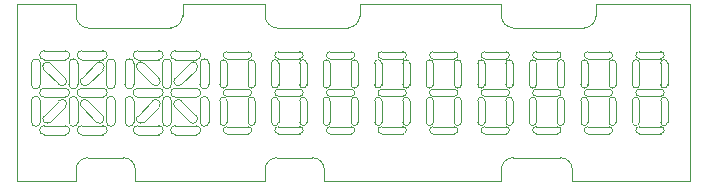
<source format=gbr>
G04 #@! TF.GenerationSoftware,KiCad,Pcbnew,(5.1.4)-1*
G04 #@! TF.CreationDate,2020-12-07T08:03:59-07:00*
G04 #@! TF.ProjectId,ufc_v4_scratchpad_layer3,7566635f-7634-45f7-9363-726174636870,rev?*
G04 #@! TF.SameCoordinates,Original*
G04 #@! TF.FileFunction,Profile,NP*
%FSLAX46Y46*%
G04 Gerber Fmt 4.6, Leading zero omitted, Abs format (unit mm)*
G04 Created by KiCad (PCBNEW (5.1.4)-1) date 2020-12-07 08:03:59*
%MOMM*%
%LPD*%
G04 APERTURE LIST*
%ADD10C,0.050000*%
G04 APERTURE END LIST*
D10*
X202118625Y-128417000D02*
G75*
G02X202118625Y-129017000I0J-300000D01*
G01*
X197752625Y-128417000D02*
G75*
G02X197752625Y-129017000I0J-300000D01*
G01*
X193386625Y-128417000D02*
G75*
G02X193386625Y-129017000I0J-300000D01*
G01*
X189020625Y-128417000D02*
G75*
G02X189020625Y-129017000I0J-300000D01*
G01*
X184654625Y-128417000D02*
G75*
G02X184654625Y-129017000I0J-300000D01*
G01*
X180288625Y-128417000D02*
G75*
G02X180288625Y-129017000I0J-300000D01*
G01*
X175922625Y-128417000D02*
G75*
G02X175922625Y-129017000I0J-300000D01*
G01*
X171556625Y-128417000D02*
G75*
G02X171556625Y-129017000I0J-300000D01*
G01*
X202118625Y-122067000D02*
X200318625Y-122067000D01*
X197752625Y-122067000D02*
X195952625Y-122067000D01*
X193386625Y-122067000D02*
X191586625Y-122067000D01*
X189020625Y-122067000D02*
X187220625Y-122067000D01*
X184654625Y-122067000D02*
X182854625Y-122067000D01*
X180288625Y-122067000D02*
X178488625Y-122067000D01*
X175922625Y-122067000D02*
X174122625Y-122067000D01*
X171556625Y-122067000D02*
X169756625Y-122067000D01*
X202118625Y-125247000D02*
G75*
G02X202118625Y-125847000I0J-300000D01*
G01*
X197752625Y-125247000D02*
G75*
G02X197752625Y-125847000I0J-300000D01*
G01*
X193386625Y-125247000D02*
G75*
G02X193386625Y-125847000I0J-300000D01*
G01*
X189020625Y-125247000D02*
G75*
G02X189020625Y-125847000I0J-300000D01*
G01*
X184654625Y-125247000D02*
G75*
G02X184654625Y-125847000I0J-300000D01*
G01*
X180288625Y-125247000D02*
G75*
G02X180288625Y-125847000I0J-300000D01*
G01*
X175922625Y-125247000D02*
G75*
G02X175922625Y-125847000I0J-300000D01*
G01*
X171556625Y-125247000D02*
G75*
G02X171556625Y-125847000I0J-300000D01*
G01*
X199728625Y-123057000D02*
X199728625Y-124857000D01*
X195362625Y-123057000D02*
X195362625Y-124857000D01*
X190996625Y-123057000D02*
X190996625Y-124857000D01*
X186630625Y-123057000D02*
X186630625Y-124857000D01*
X182264625Y-123057000D02*
X182264625Y-124857000D01*
X177898625Y-123057000D02*
X177898625Y-124857000D01*
X173532625Y-123057000D02*
X173532625Y-124857000D01*
X169166625Y-123057000D02*
X169166625Y-124857000D01*
X202708625Y-124857000D02*
X202708625Y-123057000D01*
X198342625Y-124857000D02*
X198342625Y-123057000D01*
X193976625Y-124857000D02*
X193976625Y-123057000D01*
X189610625Y-124857000D02*
X189610625Y-123057000D01*
X185244625Y-124857000D02*
X185244625Y-123057000D01*
X180878625Y-124857000D02*
X180878625Y-123057000D01*
X176512625Y-124857000D02*
X176512625Y-123057000D01*
X172146625Y-124857000D02*
X172146625Y-123057000D01*
X202708625Y-128027000D02*
G75*
G02X202108625Y-128027000I-300000J0D01*
G01*
X198342625Y-128027000D02*
G75*
G02X197742625Y-128027000I-300000J0D01*
G01*
X193976625Y-128027000D02*
G75*
G02X193376625Y-128027000I-300000J0D01*
G01*
X189610625Y-128027000D02*
G75*
G02X189010625Y-128027000I-300000J0D01*
G01*
X185244625Y-128027000D02*
G75*
G02X184644625Y-128027000I-300000J0D01*
G01*
X180878625Y-128027000D02*
G75*
G02X180278625Y-128027000I-300000J0D01*
G01*
X176512625Y-128027000D02*
G75*
G02X175912625Y-128027000I-300000J0D01*
G01*
X172146625Y-128027000D02*
G75*
G02X171546625Y-128027000I-300000J0D01*
G01*
X200318625Y-125847000D02*
X202118625Y-125847000D01*
X195952625Y-125847000D02*
X197752625Y-125847000D01*
X191586625Y-125847000D02*
X193386625Y-125847000D01*
X187220625Y-125847000D02*
X189020625Y-125847000D01*
X182854625Y-125847000D02*
X184654625Y-125847000D01*
X178488625Y-125847000D02*
X180288625Y-125847000D01*
X174122625Y-125847000D02*
X175922625Y-125847000D01*
X169756625Y-125847000D02*
X171556625Y-125847000D01*
X200328625Y-128027000D02*
X200328625Y-126227000D01*
X195962625Y-128027000D02*
X195962625Y-126227000D01*
X191596625Y-128027000D02*
X191596625Y-126227000D01*
X187230625Y-128027000D02*
X187230625Y-126227000D01*
X182864625Y-128027000D02*
X182864625Y-126227000D01*
X178498625Y-128027000D02*
X178498625Y-126227000D01*
X174132625Y-128027000D02*
X174132625Y-126227000D01*
X169766625Y-128027000D02*
X169766625Y-126227000D01*
X200328625Y-128027000D02*
G75*
G02X199728625Y-128027000I-300000J0D01*
G01*
X195962625Y-128027000D02*
G75*
G02X195362625Y-128027000I-300000J0D01*
G01*
X191596625Y-128027000D02*
G75*
G02X190996625Y-128027000I-300000J0D01*
G01*
X187230625Y-128027000D02*
G75*
G02X186630625Y-128027000I-300000J0D01*
G01*
X182864625Y-128027000D02*
G75*
G02X182264625Y-128027000I-300000J0D01*
G01*
X178498625Y-128027000D02*
G75*
G02X177898625Y-128027000I-300000J0D01*
G01*
X174132625Y-128027000D02*
G75*
G02X173532625Y-128027000I-300000J0D01*
G01*
X169766625Y-128027000D02*
G75*
G02X169166625Y-128027000I-300000J0D01*
G01*
X202118625Y-122067000D02*
G75*
G02X202118625Y-122667000I0J-300000D01*
G01*
X197752625Y-122067000D02*
G75*
G02X197752625Y-122667000I0J-300000D01*
G01*
X193386625Y-122067000D02*
G75*
G02X193386625Y-122667000I0J-300000D01*
G01*
X189020625Y-122067000D02*
G75*
G02X189020625Y-122667000I0J-300000D01*
G01*
X184654625Y-122067000D02*
G75*
G02X184654625Y-122667000I0J-300000D01*
G01*
X180288625Y-122067000D02*
G75*
G02X180288625Y-122667000I0J-300000D01*
G01*
X175922625Y-122067000D02*
G75*
G02X175922625Y-122667000I0J-300000D01*
G01*
X171556625Y-122067000D02*
G75*
G02X171556625Y-122667000I0J-300000D01*
G01*
X200328625Y-124857000D02*
G75*
G02X199728625Y-124857000I-300000J0D01*
G01*
X195962625Y-124857000D02*
G75*
G02X195362625Y-124857000I-300000J0D01*
G01*
X191596625Y-124857000D02*
G75*
G02X190996625Y-124857000I-300000J0D01*
G01*
X187230625Y-124857000D02*
G75*
G02X186630625Y-124857000I-300000J0D01*
G01*
X182864625Y-124857000D02*
G75*
G02X182264625Y-124857000I-300000J0D01*
G01*
X178498625Y-124857000D02*
G75*
G02X177898625Y-124857000I-300000J0D01*
G01*
X174132625Y-124857000D02*
G75*
G02X173532625Y-124857000I-300000J0D01*
G01*
X169766625Y-124857000D02*
G75*
G02X169166625Y-124857000I-300000J0D01*
G01*
X202708625Y-128027000D02*
X202708625Y-126227000D01*
X198342625Y-128027000D02*
X198342625Y-126227000D01*
X193976625Y-128027000D02*
X193976625Y-126227000D01*
X189610625Y-128027000D02*
X189610625Y-126227000D01*
X185244625Y-128027000D02*
X185244625Y-126227000D01*
X180878625Y-128027000D02*
X180878625Y-126227000D01*
X176512625Y-128027000D02*
X176512625Y-126227000D01*
X172146625Y-128027000D02*
X172146625Y-126227000D01*
X200318625Y-129017000D02*
G75*
G02X200318625Y-128417000I0J300000D01*
G01*
X195952625Y-129017000D02*
G75*
G02X195952625Y-128417000I0J300000D01*
G01*
X191586625Y-129017000D02*
G75*
G02X191586625Y-128417000I0J300000D01*
G01*
X187220625Y-129017000D02*
G75*
G02X187220625Y-128417000I0J300000D01*
G01*
X182854625Y-129017000D02*
G75*
G02X182854625Y-128417000I0J300000D01*
G01*
X178488625Y-129017000D02*
G75*
G02X178488625Y-128417000I0J300000D01*
G01*
X174122625Y-129017000D02*
G75*
G02X174122625Y-128417000I0J300000D01*
G01*
X169756625Y-129017000D02*
G75*
G02X169756625Y-128417000I0J300000D01*
G01*
X200318625Y-129017000D02*
X202118625Y-129017000D01*
X195952625Y-129017000D02*
X197752625Y-129017000D01*
X191586625Y-129017000D02*
X193386625Y-129017000D01*
X187220625Y-129017000D02*
X189020625Y-129017000D01*
X182854625Y-129017000D02*
X184654625Y-129017000D01*
X178488625Y-129017000D02*
X180288625Y-129017000D01*
X174122625Y-129017000D02*
X175922625Y-129017000D01*
X169756625Y-129017000D02*
X171556625Y-129017000D01*
X199728625Y-123057000D02*
G75*
G02X200328625Y-123057000I300000J0D01*
G01*
X195362625Y-123057000D02*
G75*
G02X195962625Y-123057000I300000J0D01*
G01*
X190996625Y-123057000D02*
G75*
G02X191596625Y-123057000I300000J0D01*
G01*
X186630625Y-123057000D02*
G75*
G02X187230625Y-123057000I300000J0D01*
G01*
X182264625Y-123057000D02*
G75*
G02X182864625Y-123057000I300000J0D01*
G01*
X177898625Y-123057000D02*
G75*
G02X178498625Y-123057000I300000J0D01*
G01*
X173532625Y-123057000D02*
G75*
G02X174132625Y-123057000I300000J0D01*
G01*
X169166625Y-123057000D02*
G75*
G02X169766625Y-123057000I300000J0D01*
G01*
X202108625Y-123057000D02*
X202108625Y-124857000D01*
X197742625Y-123057000D02*
X197742625Y-124857000D01*
X193376625Y-123057000D02*
X193376625Y-124857000D01*
X189010625Y-123057000D02*
X189010625Y-124857000D01*
X184644625Y-123057000D02*
X184644625Y-124857000D01*
X180278625Y-123057000D02*
X180278625Y-124857000D01*
X175912625Y-123057000D02*
X175912625Y-124857000D01*
X171546625Y-123057000D02*
X171546625Y-124857000D01*
X202708625Y-124857000D02*
G75*
G02X202108625Y-124857000I-300000J0D01*
G01*
X198342625Y-124857000D02*
G75*
G02X197742625Y-124857000I-300000J0D01*
G01*
X193976625Y-124857000D02*
G75*
G02X193376625Y-124857000I-300000J0D01*
G01*
X189610625Y-124857000D02*
G75*
G02X189010625Y-124857000I-300000J0D01*
G01*
X185244625Y-124857000D02*
G75*
G02X184644625Y-124857000I-300000J0D01*
G01*
X180878625Y-124857000D02*
G75*
G02X180278625Y-124857000I-300000J0D01*
G01*
X176512625Y-124857000D02*
G75*
G02X175912625Y-124857000I-300000J0D01*
G01*
X172146625Y-124857000D02*
G75*
G02X171546625Y-124857000I-300000J0D01*
G01*
X200318625Y-125847000D02*
G75*
G02X200318625Y-125247000I0J300000D01*
G01*
X195952625Y-125847000D02*
G75*
G02X195952625Y-125247000I0J300000D01*
G01*
X191586625Y-125847000D02*
G75*
G02X191586625Y-125247000I0J300000D01*
G01*
X187220625Y-125847000D02*
G75*
G02X187220625Y-125247000I0J300000D01*
G01*
X182854625Y-125847000D02*
G75*
G02X182854625Y-125247000I0J300000D01*
G01*
X178488625Y-125847000D02*
G75*
G02X178488625Y-125247000I0J300000D01*
G01*
X174122625Y-125847000D02*
G75*
G02X174122625Y-125247000I0J300000D01*
G01*
X169756625Y-125847000D02*
G75*
G02X169756625Y-125247000I0J300000D01*
G01*
X202108625Y-126227000D02*
G75*
G02X202708625Y-126227000I300000J0D01*
G01*
X197742625Y-126227000D02*
G75*
G02X198342625Y-126227000I300000J0D01*
G01*
X193376625Y-126227000D02*
G75*
G02X193976625Y-126227000I300000J0D01*
G01*
X189010625Y-126227000D02*
G75*
G02X189610625Y-126227000I300000J0D01*
G01*
X184644625Y-126227000D02*
G75*
G02X185244625Y-126227000I300000J0D01*
G01*
X180278625Y-126227000D02*
G75*
G02X180878625Y-126227000I300000J0D01*
G01*
X175912625Y-126227000D02*
G75*
G02X176512625Y-126227000I300000J0D01*
G01*
X171546625Y-126227000D02*
G75*
G02X172146625Y-126227000I300000J0D01*
G01*
X202118625Y-128417000D02*
X200318625Y-128417000D01*
X197752625Y-128417000D02*
X195952625Y-128417000D01*
X193386625Y-128417000D02*
X191586625Y-128417000D01*
X189020625Y-128417000D02*
X187220625Y-128417000D01*
X184654625Y-128417000D02*
X182854625Y-128417000D01*
X180288625Y-128417000D02*
X178488625Y-128417000D01*
X175922625Y-128417000D02*
X174122625Y-128417000D01*
X171556625Y-128417000D02*
X169756625Y-128417000D01*
X199728625Y-126227000D02*
G75*
G02X200328625Y-126227000I300000J0D01*
G01*
X195362625Y-126227000D02*
G75*
G02X195962625Y-126227000I300000J0D01*
G01*
X190996625Y-126227000D02*
G75*
G02X191596625Y-126227000I300000J0D01*
G01*
X186630625Y-126227000D02*
G75*
G02X187230625Y-126227000I300000J0D01*
G01*
X182264625Y-126227000D02*
G75*
G02X182864625Y-126227000I300000J0D01*
G01*
X177898625Y-126227000D02*
G75*
G02X178498625Y-126227000I300000J0D01*
G01*
X173532625Y-126227000D02*
G75*
G02X174132625Y-126227000I300000J0D01*
G01*
X169166625Y-126227000D02*
G75*
G02X169766625Y-126227000I300000J0D01*
G01*
X200328625Y-124857000D02*
X200328625Y-123057000D01*
X195962625Y-124857000D02*
X195962625Y-123057000D01*
X191596625Y-124857000D02*
X191596625Y-123057000D01*
X187230625Y-124857000D02*
X187230625Y-123057000D01*
X182864625Y-124857000D02*
X182864625Y-123057000D01*
X178498625Y-124857000D02*
X178498625Y-123057000D01*
X174132625Y-124857000D02*
X174132625Y-123057000D01*
X169766625Y-124857000D02*
X169766625Y-123057000D01*
X199728625Y-126227000D02*
X199728625Y-128027000D01*
X195362625Y-126227000D02*
X195362625Y-128027000D01*
X190996625Y-126227000D02*
X190996625Y-128027000D01*
X186630625Y-126227000D02*
X186630625Y-128027000D01*
X182264625Y-126227000D02*
X182264625Y-128027000D01*
X177898625Y-126227000D02*
X177898625Y-128027000D01*
X173532625Y-126227000D02*
X173532625Y-128027000D01*
X169166625Y-126227000D02*
X169166625Y-128027000D01*
X202108625Y-123057000D02*
G75*
G02X202708625Y-123057000I300000J0D01*
G01*
X197742625Y-123057000D02*
G75*
G02X198342625Y-123057000I300000J0D01*
G01*
X193376625Y-123057000D02*
G75*
G02X193976625Y-123057000I300000J0D01*
G01*
X189010625Y-123057000D02*
G75*
G02X189610625Y-123057000I300000J0D01*
G01*
X184644625Y-123057000D02*
G75*
G02X185244625Y-123057000I300000J0D01*
G01*
X180278625Y-123057000D02*
G75*
G02X180878625Y-123057000I300000J0D01*
G01*
X175912625Y-123057000D02*
G75*
G02X176512625Y-123057000I300000J0D01*
G01*
X171546625Y-123057000D02*
G75*
G02X172146625Y-123057000I300000J0D01*
G01*
X202108625Y-126227000D02*
X202108625Y-128027000D01*
X197742625Y-126227000D02*
X197742625Y-128027000D01*
X193376625Y-126227000D02*
X193376625Y-128027000D01*
X189010625Y-126227000D02*
X189010625Y-128027000D01*
X184644625Y-126227000D02*
X184644625Y-128027000D01*
X180278625Y-126227000D02*
X180278625Y-128027000D01*
X175912625Y-126227000D02*
X175912625Y-128027000D01*
X171546625Y-126227000D02*
X171546625Y-128027000D01*
X200318625Y-122667000D02*
G75*
G02X200318625Y-122067000I0J300000D01*
G01*
X195952625Y-122667000D02*
G75*
G02X195952625Y-122067000I0J300000D01*
G01*
X191586625Y-122667000D02*
G75*
G02X191586625Y-122067000I0J300000D01*
G01*
X187220625Y-122667000D02*
G75*
G02X187220625Y-122067000I0J300000D01*
G01*
X182854625Y-122667000D02*
G75*
G02X182854625Y-122067000I0J300000D01*
G01*
X178488625Y-122667000D02*
G75*
G02X178488625Y-122067000I0J300000D01*
G01*
X174122625Y-122667000D02*
G75*
G02X174122625Y-122067000I0J300000D01*
G01*
X169756625Y-122667000D02*
G75*
G02X169756625Y-122067000I0J300000D01*
G01*
X202118625Y-125247000D02*
X200318625Y-125247000D01*
X197752625Y-125247000D02*
X195952625Y-125247000D01*
X193386625Y-125247000D02*
X191586625Y-125247000D01*
X189020625Y-125247000D02*
X187220625Y-125247000D01*
X184654625Y-125247000D02*
X182854625Y-125247000D01*
X180288625Y-125247000D02*
X178488625Y-125247000D01*
X175922625Y-125247000D02*
X174122625Y-125247000D01*
X171556625Y-125247000D02*
X169756625Y-125247000D01*
X200318625Y-122667000D02*
X202118625Y-122667000D01*
X195952625Y-122667000D02*
X197752625Y-122667000D01*
X191586625Y-122667000D02*
X193386625Y-122667000D01*
X187220625Y-122667000D02*
X189020625Y-122667000D01*
X182854625Y-122667000D02*
X184654625Y-122667000D01*
X178488625Y-122667000D02*
X180288625Y-122667000D01*
X174122625Y-122667000D02*
X175922625Y-122667000D01*
X169756625Y-122667000D02*
X171556625Y-122667000D01*
X165400625Y-128027000D02*
G75*
G02X164800625Y-128027000I-300000J0D01*
G01*
X164800625Y-126227000D02*
G75*
G02X165400625Y-126227000I300000J0D01*
G01*
X165400625Y-128027000D02*
X165400625Y-126227000D01*
X164800625Y-126227000D02*
X164800625Y-128027000D01*
X167780625Y-128027000D02*
G75*
G02X167180625Y-128027000I-300000J0D01*
G01*
X167180625Y-126227000D02*
G75*
G02X167780625Y-126227000I300000J0D01*
G01*
X167780625Y-128027000D02*
X167780625Y-126227000D01*
X167180625Y-126227000D02*
X167180625Y-128027000D01*
X167780625Y-124857000D02*
G75*
G02X167180625Y-124857000I-300000J0D01*
G01*
X167180625Y-123057000D02*
G75*
G02X167780625Y-123057000I300000J0D01*
G01*
X167780625Y-124857000D02*
X167780625Y-123057000D01*
X167180625Y-123057000D02*
X167180625Y-124857000D01*
X165400625Y-124857000D02*
G75*
G02X164800625Y-124857000I-300000J0D01*
G01*
X164800625Y-123057000D02*
G75*
G02X165400625Y-123057000I300000J0D01*
G01*
X165400625Y-124857000D02*
X165400625Y-123057000D01*
X164800625Y-123057000D02*
X164800625Y-124857000D01*
X165390625Y-129017000D02*
G75*
G02X165390625Y-128417000I0J300000D01*
G01*
X167190625Y-128417000D02*
G75*
G02X167190625Y-129017000I0J-300000D01*
G01*
X165390625Y-129017000D02*
X167190625Y-129017000D01*
X167190625Y-128417000D02*
X165390625Y-128417000D01*
X165390625Y-125847000D02*
G75*
G02X165390625Y-125247000I0J300000D01*
G01*
X167190625Y-125247000D02*
G75*
G02X167190625Y-125847000I0J-300000D01*
G01*
X165390625Y-125847000D02*
X167190625Y-125847000D01*
X167190625Y-125247000D02*
X165390625Y-125247000D01*
X165390625Y-122667000D02*
G75*
G02X165390625Y-122067000I0J300000D01*
G01*
X167190625Y-122067000D02*
G75*
G02X167190625Y-122667000I0J-300000D01*
G01*
X165390625Y-122667000D02*
X167190625Y-122667000D01*
X167190625Y-122067000D02*
X165390625Y-122067000D01*
X161018500Y-122743500D02*
G75*
G02X161018500Y-121981500I0J381000D01*
G01*
X161018500Y-122743500D02*
X162796500Y-122743500D01*
X162796500Y-121981500D02*
G75*
G02X162796500Y-122743500I0J-381000D01*
G01*
X159621500Y-125156500D02*
X157843500Y-125156500D01*
X157843500Y-125918500D02*
G75*
G02X157843500Y-125156500I0J381000D01*
G01*
X157843500Y-125918500D02*
X159621500Y-125918500D01*
X159621500Y-125156500D02*
G75*
G02X159621500Y-125918500I0J-381000D01*
G01*
X159621500Y-128331500D02*
X157843500Y-128331500D01*
X157843500Y-129093500D02*
G75*
G02X157843500Y-128331500I0J381000D01*
G01*
X157843500Y-129093500D02*
X159621500Y-129093500D01*
X159621500Y-128331500D02*
G75*
G02X159621500Y-129093500I0J-381000D01*
G01*
X162796500Y-128331500D02*
X161018500Y-128331500D01*
X161018500Y-129093500D02*
G75*
G02X161018500Y-128331500I0J381000D01*
G01*
X161018500Y-125918500D02*
G75*
G02X161018500Y-125156500I0J381000D01*
G01*
X161018500Y-129093500D02*
X162796500Y-129093500D01*
X162796500Y-128331500D02*
G75*
G02X162796500Y-129093500I0J-381000D01*
G01*
X162796500Y-125156500D02*
X161018500Y-125156500D01*
X161018500Y-125918500D02*
X162796500Y-125918500D01*
X162796500Y-125156500D02*
G75*
G02X162796500Y-125918500I0J-381000D01*
G01*
X159630526Y-124309210D02*
G75*
G02X159091710Y-124848026I-269408J-269408D01*
G01*
X161548290Y-124848026D02*
G75*
G02X161009474Y-124309210I-269408J269408D01*
G01*
X162266710Y-123051974D02*
G75*
G02X162805526Y-123590790I269408J-269408D01*
G01*
X162266710Y-123051974D02*
X161009474Y-124309210D01*
X159630526Y-124309210D02*
X158373290Y-123051974D01*
X158373290Y-128023026D02*
G75*
G02X157834474Y-127484210I-269408J269408D01*
G01*
X157843500Y-122743500D02*
G75*
G02X157843500Y-121981500I0J381000D01*
G01*
X162805526Y-127484210D02*
X161548290Y-126226974D01*
X159939000Y-126236000D02*
X159939000Y-128014000D01*
X157834474Y-123590790D02*
G75*
G02X158373290Y-123051974I269408J269408D01*
G01*
X157526000Y-124839000D02*
X157526000Y-123061000D01*
X163876000Y-124839000D02*
G75*
G02X163114000Y-124839000I-381000J0D01*
G01*
X159939000Y-126236000D02*
G75*
G02X160701000Y-126236000I381000J0D01*
G01*
X159621500Y-121981500D02*
G75*
G02X159621500Y-122743500I0J-381000D01*
G01*
X156764000Y-123061000D02*
X156764000Y-124839000D01*
X160701000Y-124839000D02*
G75*
G02X159939000Y-124839000I-381000J0D01*
G01*
X163114000Y-123061000D02*
G75*
G02X163876000Y-123061000I381000J0D01*
G01*
X163876000Y-124839000D02*
X163876000Y-123061000D01*
X163114000Y-126236000D02*
X163114000Y-128014000D01*
X160701000Y-128014000D02*
G75*
G02X159939000Y-128014000I-381000J0D01*
G01*
X156764000Y-126236000D02*
G75*
G02X157526000Y-126236000I381000J0D01*
G01*
X159091710Y-126226974D02*
X157834474Y-127484210D01*
X157526000Y-128014000D02*
G75*
G02X156764000Y-128014000I-381000J0D01*
G01*
X157834474Y-123590790D02*
X159091710Y-124848026D01*
X163114000Y-123061000D02*
X163114000Y-124839000D01*
X157526000Y-124839000D02*
G75*
G02X156764000Y-124839000I-381000J0D01*
G01*
X161548290Y-124848026D02*
X162805526Y-123590790D01*
X156764000Y-123061000D02*
G75*
G02X157526000Y-123061000I381000J0D01*
G01*
X160701000Y-124839000D02*
X160701000Y-123061000D01*
X159939000Y-123061000D02*
G75*
G02X160701000Y-123061000I381000J0D01*
G01*
X158373290Y-128023026D02*
X159630526Y-126765790D01*
X159939000Y-123061000D02*
X159939000Y-124839000D01*
X163876000Y-128014000D02*
X163876000Y-126236000D01*
X163114000Y-126236000D02*
G75*
G02X163876000Y-126236000I381000J0D01*
G01*
X163876000Y-128014000D02*
G75*
G02X163114000Y-128014000I-381000J0D01*
G01*
X160701000Y-128014000D02*
X160701000Y-126236000D01*
X157526000Y-128014000D02*
X157526000Y-126236000D01*
X156764000Y-126236000D02*
X156764000Y-128014000D01*
X161009474Y-126765790D02*
X162266710Y-128023026D01*
X161009474Y-126765790D02*
G75*
G02X161548290Y-126226974I269408J269408D01*
G01*
X162805526Y-127484210D02*
G75*
G02X162266710Y-128023026I-269408J-269408D01*
G01*
X162796500Y-121981500D02*
X161018500Y-121981500D01*
X159091710Y-126226974D02*
G75*
G02X159630526Y-126765790I269408J-269408D01*
G01*
X157843500Y-122743500D02*
X159621500Y-122743500D01*
X159621500Y-121981500D02*
X157843500Y-121981500D01*
X153098500Y-122743500D02*
G75*
G02X153098500Y-121981500I0J381000D01*
G01*
X153098500Y-122743500D02*
X154876500Y-122743500D01*
X154876500Y-121981500D02*
G75*
G02X154876500Y-122743500I0J-381000D01*
G01*
X151701500Y-125156500D02*
X149923500Y-125156500D01*
X149923500Y-125918500D02*
G75*
G02X149923500Y-125156500I0J381000D01*
G01*
X149923500Y-125918500D02*
X151701500Y-125918500D01*
X151701500Y-125156500D02*
G75*
G02X151701500Y-125918500I0J-381000D01*
G01*
X151701500Y-128331500D02*
X149923500Y-128331500D01*
X149923500Y-129093500D02*
G75*
G02X149923500Y-128331500I0J381000D01*
G01*
X149923500Y-129093500D02*
X151701500Y-129093500D01*
X151701500Y-128331500D02*
G75*
G02X151701500Y-129093500I0J-381000D01*
G01*
X154876500Y-128331500D02*
X153098500Y-128331500D01*
X153098500Y-129093500D02*
G75*
G02X153098500Y-128331500I0J381000D01*
G01*
X153098500Y-125918500D02*
G75*
G02X153098500Y-125156500I0J381000D01*
G01*
X153098500Y-129093500D02*
X154876500Y-129093500D01*
X154876500Y-128331500D02*
G75*
G02X154876500Y-129093500I0J-381000D01*
G01*
X154876500Y-125156500D02*
X153098500Y-125156500D01*
X153098500Y-125918500D02*
X154876500Y-125918500D01*
X154876500Y-125156500D02*
G75*
G02X154876500Y-125918500I0J-381000D01*
G01*
X151710526Y-124309210D02*
G75*
G02X151171710Y-124848026I-269408J-269408D01*
G01*
X153628290Y-124848026D02*
G75*
G02X153089474Y-124309210I-269408J269408D01*
G01*
X154346710Y-123051974D02*
G75*
G02X154885526Y-123590790I269408J-269408D01*
G01*
X154346710Y-123051974D02*
X153089474Y-124309210D01*
X151710526Y-124309210D02*
X150453290Y-123051974D01*
X150453290Y-128023026D02*
G75*
G02X149914474Y-127484210I-269408J269408D01*
G01*
X149923500Y-122743500D02*
G75*
G02X149923500Y-121981500I0J381000D01*
G01*
X154885526Y-127484210D02*
X153628290Y-126226974D01*
X152019000Y-126236000D02*
X152019000Y-128014000D01*
X149914474Y-123590790D02*
G75*
G02X150453290Y-123051974I269408J269408D01*
G01*
X149606000Y-124839000D02*
X149606000Y-123061000D01*
X155956000Y-124839000D02*
G75*
G02X155194000Y-124839000I-381000J0D01*
G01*
X152019000Y-126236000D02*
G75*
G02X152781000Y-126236000I381000J0D01*
G01*
X151701500Y-121981500D02*
G75*
G02X151701500Y-122743500I0J-381000D01*
G01*
X148844000Y-123061000D02*
X148844000Y-124839000D01*
X152781000Y-124839000D02*
G75*
G02X152019000Y-124839000I-381000J0D01*
G01*
X155194000Y-123061000D02*
G75*
G02X155956000Y-123061000I381000J0D01*
G01*
X155956000Y-124839000D02*
X155956000Y-123061000D01*
X155194000Y-126236000D02*
X155194000Y-128014000D01*
X152781000Y-128014000D02*
G75*
G02X152019000Y-128014000I-381000J0D01*
G01*
X148844000Y-126236000D02*
G75*
G02X149606000Y-126236000I381000J0D01*
G01*
X151171710Y-126226974D02*
X149914474Y-127484210D01*
X149606000Y-128014000D02*
G75*
G02X148844000Y-128014000I-381000J0D01*
G01*
X149914474Y-123590790D02*
X151171710Y-124848026D01*
X155194000Y-123061000D02*
X155194000Y-124839000D01*
X149606000Y-124839000D02*
G75*
G02X148844000Y-124839000I-381000J0D01*
G01*
X153628290Y-124848026D02*
X154885526Y-123590790D01*
X148844000Y-123061000D02*
G75*
G02X149606000Y-123061000I381000J0D01*
G01*
X152781000Y-124839000D02*
X152781000Y-123061000D01*
X152019000Y-123061000D02*
G75*
G02X152781000Y-123061000I381000J0D01*
G01*
X150453290Y-128023026D02*
X151710526Y-126765790D01*
X152019000Y-123061000D02*
X152019000Y-124839000D01*
X155956000Y-128014000D02*
X155956000Y-126236000D01*
X155194000Y-126236000D02*
G75*
G02X155956000Y-126236000I381000J0D01*
G01*
X155956000Y-128014000D02*
G75*
G02X155194000Y-128014000I-381000J0D01*
G01*
X152781000Y-128014000D02*
X152781000Y-126236000D01*
X149606000Y-128014000D02*
X149606000Y-126236000D01*
X148844000Y-126236000D02*
X148844000Y-128014000D01*
X153089474Y-126765790D02*
X154346710Y-128023026D01*
X153089474Y-126765790D02*
G75*
G02X153628290Y-126226974I269408J269408D01*
G01*
X154885526Y-127484210D02*
G75*
G02X154346710Y-128023026I-269408J-269408D01*
G01*
X154876500Y-121981500D02*
X153098500Y-121981500D01*
X151171710Y-126226974D02*
G75*
G02X151710526Y-126765790I269408J-269408D01*
G01*
X149923500Y-122743500D02*
X151701500Y-122743500D01*
X151701500Y-121981500D02*
X149923500Y-121981500D01*
X147637500Y-118042000D02*
X152637500Y-118042000D01*
X152637500Y-132042000D02*
X152637500Y-133042000D01*
X157637500Y-133042000D02*
X157637500Y-132042000D01*
X172637500Y-131042000D02*
X169637500Y-131042000D01*
X168637500Y-132042000D02*
X168637500Y-133042000D01*
X194637500Y-133042000D02*
X194637500Y-132042000D01*
X188637500Y-132042000D02*
X188637500Y-133042000D01*
X204637500Y-133042000D02*
X194637500Y-133042000D01*
X188637500Y-118042000D02*
X188637500Y-119042000D01*
X196637500Y-119042000D02*
X196637500Y-118042000D01*
X169637500Y-120042000D02*
X175637500Y-120042000D01*
X152637500Y-132042000D02*
G75*
G02X153637500Y-131042000I1000000J0D01*
G01*
X168637500Y-118042000D02*
X168637500Y-119042000D01*
X196637500Y-119042000D02*
G75*
G02X195637500Y-120042000I-1000000J0D01*
G01*
X176637500Y-119042000D02*
G75*
G02X175637500Y-120042000I-1000000J0D01*
G01*
X156637500Y-131042000D02*
G75*
G02X157637500Y-132042000I0J-1000000D01*
G01*
X169637500Y-120042000D02*
G75*
G02X168637500Y-119042000I0J1000000D01*
G01*
X172637500Y-131042000D02*
G75*
G02X173637500Y-132042000I0J-1000000D01*
G01*
X152637500Y-118042000D02*
X152637500Y-119042000D01*
X189637500Y-120042000D02*
X195637500Y-120042000D01*
X189637500Y-120042000D02*
G75*
G02X188637500Y-119042000I0J1000000D01*
G01*
X173637500Y-133042000D02*
X173637500Y-132042000D01*
X176637500Y-119042000D02*
X176637500Y-118042000D01*
X196637500Y-118042000D02*
X204637500Y-118042000D01*
X168637500Y-133042000D02*
X157637500Y-133042000D01*
X161637500Y-119042000D02*
X161637500Y-118042000D01*
X153637500Y-120042000D02*
G75*
G02X152637500Y-119042000I0J1000000D01*
G01*
X161637500Y-119042000D02*
G75*
G02X160637500Y-120042000I-1000000J0D01*
G01*
X193637500Y-131042000D02*
X189637500Y-131042000D01*
X152637500Y-133042000D02*
X147637500Y-133042000D01*
X188637500Y-133042000D02*
X173637500Y-133042000D01*
X168637500Y-132042000D02*
G75*
G02X169637500Y-131042000I1000000J0D01*
G01*
X156637500Y-131042000D02*
X153637500Y-131042000D01*
X188637500Y-132042000D02*
G75*
G02X189637500Y-131042000I1000000J0D01*
G01*
X153637500Y-120042000D02*
X160637500Y-120042000D01*
X193637500Y-131042000D02*
G75*
G02X194637500Y-132042000I0J-1000000D01*
G01*
X176637500Y-118042000D02*
X188637500Y-118042000D01*
X161637500Y-118042000D02*
X168637500Y-118042000D01*
X147637500Y-118042000D02*
X147637500Y-133042000D01*
X204637500Y-118042000D02*
X204637500Y-133042000D01*
M02*

</source>
